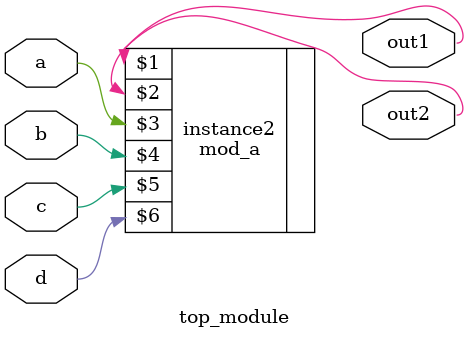
<source format=sv>
module top_module ( 
    input a, 
    input b, 
    input c,
    input d,
    output out1,
    output out2
);
    mod_a instance2 (out1, out2, a, b, c, d);
endmodule
</source>
